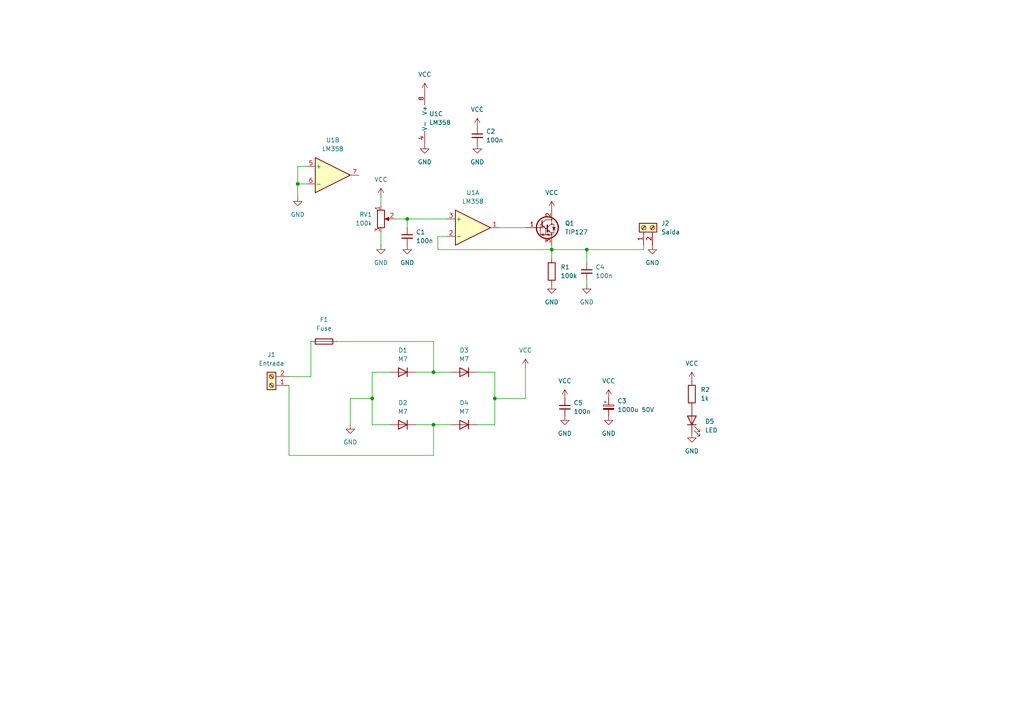
<source format=kicad_sch>
(kicad_sch (version 20250114) (generator "eeschema") (generator_version "9.0")
  (paper "A4")
  (lib_symbols
    (symbol "Amplifier_Operational:LM358" (pin_names (offset 0.127))
      (property "Reference" "U" (at 0 5.08 0))
      (property "Value" "LM358" (at 0 -5.08 0))
      (symbol "LM358_1_1"
        (polyline (pts (xy -5.08 5.08) (xy 5.08 0) (xy -5.08 -5.08) (xy -5.08 5.08)) (stroke (width 0.254)) (fill (type background)))
        (pin input line (at -7.62 2.54 0) (length 2.54) (name "+") (number "3"))
        (pin input line (at -7.62 -2.54 0) (length 2.54) (name "-") (number "2"))
        (pin output line (at 7.62 0 180) (length 2.54) (name "~") (number "1"))
      )
      (symbol "LM358_2_1"
        (polyline (pts (xy -5.08 5.08) (xy 5.08 0) (xy -5.08 -5.08) (xy -5.08 5.08)) (stroke (width 0.254)) (fill (type background)))
        (pin input line (at -7.62 2.54 0) (length 2.54) (name "+") (number "5"))
        (pin input line (at -7.62 -2.54 0) (length 2.54) (name "-") (number "6"))
        (pin output line (at 7.62 0 180) (length 2.54) (name "~") (number "7"))
      )
      (symbol "LM358_3_1"
        (pin power_in line (at -2.54 7.62 270) (length 3.81) (name "V+") (number "8"))
        (pin power_in line (at -2.54 -7.62 90) (length 3.81) (name "V-") (number "4"))
      )
    )
    (symbol "Connector:Screw_Terminal_01x02" (pin_names (offset 1.016) (hide yes))
      (property "Reference" "J" (at 0 2.54 0))
      (property "Value" "Screw_Terminal_01x02" (at 0 -5.08 0))
      (symbol "Screw_Terminal_01x02_1_1"
        (rectangle (start -1.27 1.27) (end 1.27 -3.81) (stroke (width 0.254)) (fill (type background)))
        (polyline (pts (xy -0.5334 0.3302) (xy 0.3302 -0.508)) (stroke (width 0.1524)))
        (polyline (pts (xy -0.5334 -2.2098) (xy 0.3302 -3.048)) (stroke (width 0.1524)))
        (polyline (pts (xy -0.3556 0.508) (xy 0.508 -0.3302)) (stroke (width 0.1524)))
        (polyline (pts (xy -0.3556 -2.032) (xy 0.508 -2.8702)) (stroke (width 0.1524)))
        (circle (center 0 0) (radius 0.635) (stroke (width 0.1524)))
        (circle (center 0 -2.54) (radius 0.635) (stroke (width 0.1524)))
        (pin passive line (at -5.08 0 0) (length 3.81) (name "Pin_1") (number "1"))
        (pin passive line (at -5.08 -2.54 0) (length 3.81) (name "Pin_2") (number "2"))
      )
    )
    (symbol "Device:C_Polarized_Small" (pin_numbers (hide yes)) (pin_names (offset 0.254) (hide yes))
      (property "Reference" "C" (at 0.254 1.778 0))
      (property "Value" "C_Polarized_Small" (at 0.254 -2.032 0))
      (symbol "C_Polarized_Small_0_1"
        (rectangle (start -1.524 0.6858) (end 1.524 0.3048))
        (rectangle (start -1.524 -0.3048) (end 1.524 -0.6858) (fill (type outline)))
        (polyline (pts (xy -1.27 1.524) (xy -0.762 1.524)))
        (polyline (pts (xy -1.016 1.27) (xy -1.016 1.778)))
      )
      (symbol "C_Polarized_Small_1_1"
        (pin passive line (at 0 2.54 270) (length 1.8542) (name "~") (number "1"))
        (pin passive line (at 0 -2.54 90) (length 1.8542) (name "~") (number "2"))
      )
    )
    (symbol "Device:C_Small" (pin_numbers (hide yes)) (pin_names (offset 0.254) (hide yes))
      (property "Reference" "C" (at 0.254 1.778 0))
      (property "Value" "C_Small" (at 0.254 -2.032 0))
      (symbol "C_Small_0_1"
        (polyline (pts (xy -1.524 0.508) (xy 1.524 0.508)) (stroke (width 0.3048)))
        (polyline (pts (xy -1.524 -0.508) (xy 1.524 -0.508)) (stroke (width 0.3302)))
      )
      (symbol "C_Small_1_1"
        (pin passive line (at 0 2.54 270) (length 2.032) (name "~") (number "1"))
        (pin passive line (at 0 -2.54 90) (length 2.032) (name "~") (number "2"))
      )
    )
    (symbol "Device:Fuse" (pin_numbers (hide yes)) (pin_names (offset 0))
      (property "Reference" "F" (at 2.032 0 90))
      (property "Value" "Fuse" (at -1.905 0 90))
      (symbol "Fuse_0_1"
        (rectangle (start -0.762 -2.54) (end 0.762 2.54) (stroke (width 0.254)))
        (polyline (pts (xy 0 2.54) (xy 0 -2.54)))
      )
      (symbol "Fuse_1_1"
        (pin passive line (at 0 3.81 270) (length 1.27) (name "~") (number "1"))
        (pin passive line (at 0 -3.81 90) (length 1.27) (name "~") (number "2"))
      )
    )
    (symbol "Device:LED" (pin_numbers (hide yes)) (pin_names (offset 1.016) (hide yes))
      (property "Reference" "D" (at 0 2.54 0))
      (property "Value" "LED" (at 0 -2.54 0))
      (symbol "LED_0_1"
        (polyline (pts (xy -3.048 -0.762) (xy -4.572 -2.286) (xy -3.81 -2.286) (xy -4.572 -2.286) (xy -4.572 -1.524)))
        (polyline (pts (xy -1.778 -0.762) (xy -3.302 -2.286) (xy -2.54 -2.286) (xy -3.302 -2.286) (xy -3.302 -1.524)))
        (polyline (pts (xy -1.27 0) (xy 1.27 0)))
        (polyline (pts (xy -1.27 -1.27) (xy -1.27 1.27)) (stroke (width 0.254)))
        (polyline (pts (xy 1.27 -1.27) (xy 1.27 1.27) (xy -1.27 0) (xy 1.27 -1.27)) (stroke (width 0.254)))
      )
      (symbol "LED_1_1"
        (pin passive line (at -3.81 0 0) (length 2.54) (name "K") (number "1"))
        (pin passive line (at 3.81 0 180) (length 2.54) (name "A") (number "2"))
      )
    )
    (symbol "Device:R" (pin_numbers (hide yes)) (pin_names (offset 0))
      (property "Reference" "R" (at 2.032 0 90))
      (property "Value" "R" (at 0 0 90))
      (symbol "R_0_1"
        (rectangle (start -1.016 -2.54) (end 1.016 2.54) (stroke (width 0.254)))
      )
      (symbol "R_1_1"
        (pin passive line (at 0 3.81 270) (length 1.27) (name "~") (number "1"))
        (pin passive line (at 0 -3.81 90) (length 1.27) (name "~") (number "2"))
      )
    )
    (symbol "Device:R_Potentiometer" (pin_names (offset 1.016) (hide yes))
      (property "Reference" "RV" (at -4.445 0 90))
      (property "Value" "R_Potentiometer" (at -2.54 0 90))
      (symbol "R_Potentiometer_0_1"
        (rectangle (start 1.016 2.54) (end -1.016 -2.54) (stroke (width 0.254)))
        (polyline (pts (xy 1.143 0) (xy 2.286 0.508) (xy 2.286 -0.508) (xy 1.143 0)) (fill (type outline)))
        (polyline (pts (xy 2.54 0) (xy 1.524 0)))
      )
      (symbol "R_Potentiometer_1_1"
        (pin passive line (at 0 3.81 270) (length 1.27) (name "1") (number "1"))
        (pin passive line (at 0 -3.81 90) (length 1.27) (name "3") (number "3"))
        (pin passive line (at 3.81 0 180) (length 1.27) (name "2") (number "2"))
      )
    )
    (symbol "Diode:1N4148WT" (pin_numbers (hide yes)) (pin_names (hide yes))
      (property "Reference" "D" (at 0 2.54 0))
      (property "Value" "1N4148WT" (at 0 -2.54 0))
      (symbol "1N4148WT_0_1"
        (polyline (pts (xy -1.27 1.27) (xy -1.27 -1.27)) (stroke (width 0.254)))
        (polyline (pts (xy 1.27 1.27) (xy 1.27 -1.27) (xy -1.27 0) (xy 1.27 1.27)) (stroke (width 0.254)))
        (polyline (pts (xy 1.27 0) (xy -1.27 0)))
      )
      (symbol "1N4148WT_1_1"
        (pin passive line (at -3.81 0 0) (length 2.54) (name "K") (number "1"))
        (pin passive line (at 3.81 0 180) (length 2.54) (name "A") (number "2"))
      )
    )
    (symbol "Transistor_BJT:TIP127" (pin_names (offset 0) (hide yes))
      (property "Reference" "Q" (at 5.08 1.905 0))
      (property "Value" "TIP127" (at 5.08 0 0))
      (symbol "TIP127_0_1"
        (polyline (pts (xy -1.27 0) (xy -0.889 0)))
        (circle (center -0.762 0) (radius 0.127))
        (polyline (pts (xy -0.254 2.032) (xy -0.254 0) (xy -0.254 0)) (stroke (width 0.3048)))
        (polyline (pts (xy -0.254 1.27) (xy 0.762 2.286) (xy 2.54 2.286)))
        (polyline (pts (xy -0.254 1.016) (xy -0.762 1.016) (xy -0.762 -2.032)))
        (polyline (pts (xy -0.254 0.762) (xy 0.762 -0.254) (xy 1.27 -0.254)))
        (polyline (pts (xy 0 0.508) (xy 0.254 0) (xy 0.508 0.254) (xy 0 0.508)))
        (polyline (pts (xy 0.762 -0.254) (xy 0.762 -2.032) (xy 1.143 -2.032) (xy 1.27 -1.778) (xy 1.397 -2.286) (xy 1.524 -1.778) (xy 1.651 -2.286) (xy 1.778 -1.778) (xy 1.905 -2.286) (xy 2.032 -2.032) (xy 2.54 -2.032)))
        (circle (center 0.762 -0.254) (radius 0.127))
        (polyline (pts (xy 0.762 -2.032) (xy 0.381 -2.032) (xy 0.254 -2.286) (xy 0.127 -1.778) (xy 0 -2.286) (xy -0.127 -1.778) (xy -0.254 -2.286) (xy -0.381 -1.778) (xy -0.508 -2.032) (xy -0.762 -2.032)))
        (circle (center 0.762 -2.032) (radius 0.127))
        (polyline (pts (xy 1.27 0.762) (xy 1.27 -1.27) (xy 1.27 -1.27)) (stroke (width 0.381)))
        (polyline (pts (xy 1.27 0) (xy 2.286 1.016) (xy 2.54 1.016) (xy 2.54 2.286)))
        (circle (center 1.27 0) (radius 3.175) (stroke (width 0.3556)))
        (polyline (pts (xy 1.27 -0.508) (xy 2.286 -1.524) (xy 2.54 -1.524) (xy 2.54 -2.032)))
        (polyline (pts (xy 1.524 -0.762) (xy 1.778 -1.27) (xy 2.032 -1.016) (xy 1.524 -0.762)))
        (circle (center 2.54 2.286) (radius 0.127))
        (circle (center 2.54 1.016) (radius 0.127))
        (polyline (pts (xy 2.54 -1.524) (xy 3.175 -1.524)))
        (circle (center 2.54 -1.524) (radius 0.127))
        (polyline (pts (xy 2.54 -2.032) (xy 2.54 -2.54)))
        (circle (center 2.54 -2.032) (radius 0.127))
        (polyline (pts (xy 2.794 -0.635) (xy 3.556 -0.635)))
        (polyline (pts (xy 3.175 1.016) (xy 2.54 1.016)))
        (polyline (pts (xy 3.175 0.127) (xy 3.175 1.016)))
        (polyline (pts (xy 3.175 -0.635) (xy 2.794 0.127) (xy 3.556 0.127) (xy 3.175 -0.635)) (fill (type outline)))
        (polyline (pts (xy 3.175 -1.524) (xy 3.175 -0.635)))
      )
      (symbol "TIP127_1_1"
        (pin input line (at -5.08 0 0) (length 3.81) (name "B") (number "1"))
        (pin passive line (at 2.54 5.08 270) (length 2.667) (name "C") (number "2"))
        (pin passive line (at 2.54 -5.08 90) (length 2.54) (name "E") (number "3"))
      )
    )
    (symbol "power:GND" (power) (pin_numbers (hide yes)) (pin_names (offset 0) (hide yes))
      (property "Value" "GND" (at 0 -3.81 0))
      (symbol "GND_0_1"
        (polyline (pts (xy 0 0) (xy 0 -1.27) (xy 1.27 -1.27) (xy 0 -2.54) (xy -1.27 -1.27) (xy 0 -1.27)))
      )
      (symbol "GND_1_1"
        (pin power_in line (at 0 0 270) (length 0) (name "~") (number "1"))
      )
    )
    (symbol "power:VCC" (power) (pin_numbers (hide yes)) (pin_names (offset 0) (hide yes))
      (property "Value" "VCC" (at 0 3.556 0))
      (symbol "VCC_0_1"
        (polyline (pts (xy -0.762 1.27) (xy 0 2.54)))
        (polyline (pts (xy 0 2.54) (xy 0.762 1.27)))
        (polyline (pts (xy 0 0) (xy 0 2.54)))
      )
      (symbol "VCC_1_1"
        (pin power_in line (at 0 0 90) (length 0) (name "~") (number "1"))
      )
    )
  )
  (junction (at 107.95 115.57))
  (junction (at 118.11 63.5))
  (junction (at 125.73 123.19))
  (junction (at 143.51 115.57))
  (junction (at 170.18 72.39))
  (junction (at 160.02 72.39))
  (junction (at 125.73 107.95))
  (junction (at 86.36 53.34))
  (wire (pts (xy 120.65 107.95) (xy 125.73 107.95)))
  (wire (pts (xy 160.02 72.39) (xy 160.02 74.93)))
  (wire (pts (xy 127 72.39) (xy 160.02 72.39)))
  (wire (pts (xy 110.49 67.31) (xy 110.49 71.12)))
  (wire (pts (xy 125.73 99.06) (xy 125.73 107.95)))
  (wire (pts (xy 186.69 71.12) (xy 186.69 72.39)))
  (wire (pts (xy 125.73 132.08) (xy 125.73 123.19)))
  (wire (pts (xy 125.73 107.95) (xy 130.81 107.95)))
  (wire (pts (xy 110.49 57.15) (xy 110.49 59.69)))
  (wire (pts (xy 83.82 132.08) (xy 125.73 132.08)))
  (wire (pts (xy 118.11 63.5) (xy 118.11 66.04)))
  (wire (pts (xy 101.6 115.57) (xy 107.95 115.57)))
  (wire (pts (xy 86.36 57.15) (xy 86.36 53.34)))
  (wire (pts (xy 152.4 106.68) (xy 152.4 115.57)))
  (wire (pts (xy 83.82 109.22) (xy 90.17 109.22)))
  (wire (pts (xy 120.65 123.19) (xy 125.73 123.19)))
  (wire (pts (xy 83.82 111.76) (xy 83.82 132.08)))
  (wire (pts (xy 113.03 107.95) (xy 107.95 107.95)))
  (wire (pts (xy 107.95 115.57) (xy 107.95 123.19)))
  (wire (pts (xy 107.95 123.19) (xy 113.03 123.19)))
  (wire (pts (xy 86.36 48.26) (xy 88.9 48.26)))
  (wire (pts (xy 86.36 53.34) (xy 86.36 48.26)))
  (wire (pts (xy 170.18 72.39) (xy 170.18 76.2)))
  (wire (pts (xy 170.18 81.28) (xy 170.18 82.55)))
  (wire (pts (xy 118.11 63.5) (xy 129.54 63.5)))
  (wire (pts (xy 129.54 68.58) (xy 127 68.58)))
  (wire (pts (xy 86.36 53.34) (xy 88.9 53.34)))
  (wire (pts (xy 107.95 107.95) (xy 107.95 115.57)))
  (wire (pts (xy 127 68.58) (xy 127 72.39)))
  (wire (pts (xy 90.17 109.22) (xy 90.17 99.06)))
  (wire (pts (xy 138.43 107.95) (xy 143.51 107.95)))
  (wire (pts (xy 160.02 72.39) (xy 170.18 72.39)))
  (wire (pts (xy 101.6 123.19) (xy 101.6 115.57)))
  (wire (pts (xy 160.02 71.12) (xy 160.02 72.39)))
  (wire (pts (xy 143.51 115.57) (xy 143.51 123.19)))
  (wire (pts (xy 152.4 115.57) (xy 143.51 115.57)))
  (wire (pts (xy 170.18 72.39) (xy 186.69 72.39)))
  (wire (pts (xy 144.78 66.04) (xy 152.4 66.04)))
  (wire (pts (xy 125.73 123.19) (xy 130.81 123.19)))
  (wire (pts (xy 97.79 99.06) (xy 125.73 99.06)))
  (wire (pts (xy 114.3 63.5) (xy 118.11 63.5)))
  (wire (pts (xy 143.51 107.95) (xy 143.51 115.57)))
  (wire (pts (xy 138.43 123.19) (xy 143.51 123.19)))
  (symbol (lib_id "power:VCC") (at 176.53 115.57 0) (unit 1)
    (property "Reference" "#PWR08" (effects (hide yes)))
    (property "Value" "VCC" (at 176.53 110.49 0))
    (property "Description" "Power symbol creates a global label with name \"VCC\"" (effects (hide yes)))
  )
  (symbol (lib_id "power:VCC") (at 200.66 110.49 0) (unit 1)
    (property "Reference" "#PWR016" (effects (hide yes)))
    (property "Value" "VCC" (at 200.66 105.41 0))
    (property "Description" "Power symbol creates a global label with name \"VCC\"" (effects (hide yes)))
  )
  (symbol (lib_id "power:GND") (at 118.11 71.12 0) (unit 1)
    (property "Reference" "#PWR010" (effects (hide yes)))
    (property "Value" "GND" (at 118.11 76.2 0))
    (property "Description" "Power symbol creates a global label with name \"GND\" , ground" (effects (hide yes)))
  )
  (symbol (lib_id "Device:C_Small") (at 170.18 78.74 0) (unit 1)
    (property "Reference" "C4" (at 172.72 77.4762 0) (effects (justify left)))
    (property "Value" "100n" (at 172.72 80.0162 0) (effects (justify left)))
    (property "Footprint" "Capacitor_SMD:C_0805_2012Metric_Pad1.18x1.45mm_HandSolder" (effects (hide yes)))
    (property "Description" "Unpolarized capacitor, small symbol" (effects (hide yes)))
  )
  (symbol (lib_id "Device:C_Small") (at 118.11 68.58 0) (unit 1)
    (property "Reference" "C1" (at 120.65 67.3162 0) (effects (justify left)))
    (property "Value" "100n" (at 120.65 69.8562 0) (effects (justify left)))
    (property "Footprint" "Capacitor_SMD:C_0805_2012Metric_Pad1.18x1.45mm_HandSolder" (effects (hide yes)))
    (property "Description" "Unpolarized capacitor, small symbol" (effects (hide yes)))
  )
  (symbol (lib_id "power:GND") (at 200.66 125.73 0) (unit 1)
    (property "Reference" "#PWR015" (effects (hide yes)))
    (property "Value" "GND" (at 200.66 130.81 0))
    (property "Description" "Power symbol creates a global label with name \"GND\" , ground" (effects (hide yes)))
  )
  (symbol (lib_id "Device:R") (at 200.66 114.3 0) (unit 1)
    (property "Reference" "R2" (at 203.2 113.0299 0) (effects (justify left)))
    (property "Value" "1k" (at 203.2 115.5699 0) (effects (justify left)))
    (property "Footprint" "Resistor_SMD:R_0805_2012Metric_Pad1.20x1.40mm_HandSolder" (effects (hide yes)))
    (property "Description" "Resistor" (effects (hide yes)))
  )
  (symbol (lib_id "power:GND") (at 176.53 120.65 0) (unit 1)
    (property "Reference" "#PWR06" (effects (hide yes)))
    (property "Value" "GND" (at 176.53 125.73 0))
    (property "Description" "Power symbol creates a global label with name \"GND\" , ground" (effects (hide yes)))
  )
  (symbol (lib_id "Device:C_Polarized_Small") (at 176.53 118.11 0) (unit 1)
    (property "Reference" "C3" (at 179.07 116.2938 0) (effects (justify left)))
    (property "Value" "1000u 50V" (at 179.07 118.8338 0) (effects (justify left)))
    (property "Footprint" "Capacitor_THT:CP_Radial_D13.0mm_P5.00mm" (effects (hide yes)))
    (property "Description" "Polarized capacitor, small symbol" (effects (hide yes)))
  )
  (symbol (lib_id "Amplifier_Operational:LM358") (at 125.73 34.29 0) (unit 3)
    (property "Reference" "U1" (at 124.46 33.0199 0) (effects (justify left)))
    (property "Value" "LM358" (at 124.46 35.5599 0) (effects (justify left)))
    (property "Footprint" "Package_SO:SOIC-8_3.9x4.9mm_P1.27mm" (effects (hide yes)))
    (property "Datasheet" "http://www.ti.com/lit/ds/symlink/lm2904-n.pdf" (effects (hide yes)))
    (property "Description" "Low-Power, Dual Operational Amplifiers, DIP-8/SOIC-8/TO-99-8" (effects (hide yes)))
  )
  (symbol (lib_id "power:VCC") (at 123.19 26.67 0) (unit 1)
    (property "Reference" "#PWR017" (effects (hide yes)))
    (property "Value" "VCC" (at 123.19 21.59 0))
    (property "Description" "Power symbol creates a global label with name \"VCC\"" (effects (hide yes)))
  )
  (symbol (lib_id "Device:R_Potentiometer") (at 110.49 63.5 0) (unit 1)
    (property "Reference" "RV1" (at 107.95 62.2299 0) (effects (justify right)))
    (property "Value" "100k" (at 107.95 64.7699 0) (effects (justify right)))
    (property "Footprint" "Connector_PinHeader_2.54mm:PinHeader_1x03_P2.54mm_Vertical" (effects (hide yes)))
    (property "Description" "Potentiometer" (effects (hide yes)))
  )
  (symbol (lib_id "power:GND") (at 170.18 82.55 0) (unit 1)
    (property "Reference" "#PWR014" (effects (hide yes)))
    (property "Value" "GND" (at 170.18 87.63 0))
    (property "Description" "Power symbol creates a global label with name \"GND\" , ground" (effects (hide yes)))
  )
  (symbol (lib_id "Diode:1N4148WT") (at 116.84 123.19 180) (unit 1)
    (property "Reference" "D2" (at 116.84 116.84 0))
    (property "Value" "M7" (at 116.84 119.38 0))
    (property "Footprint" "Diode_SMD:D_SOD-523" (effects (hide yes)))
    (property "Datasheet" "https://www.diodes.com/assets/Datasheets/ds30396.pdf" (effects (hide yes)))
    (property "Description" "75V 0.15A Fast switching Diode, SOD-523" (effects (hide yes)))
    (property "Sim.Device" "D" (effects (hide yes)))
    (property "Sim.Pins" "1=K 2=A" (effects (hide yes)))
  )
  (symbol (lib_id "power:GND") (at 163.83 120.65 0) (unit 1)
    (property "Reference" "#PWR05" (effects (hide yes)))
    (property "Value" "GND" (at 163.83 125.73 0))
    (property "Description" "Power symbol creates a global label with name \"GND\" , ground" (effects (hide yes)))
  )
  (symbol (lib_id "Diode:1N4148WT") (at 134.62 107.95 180) (unit 1)
    (property "Reference" "D3" (at 134.62 101.6 0))
    (property "Value" "M7" (at 134.62 104.14 0))
    (property "Footprint" "Diode_SMD:D_SOD-523" (effects (hide yes)))
    (property "Datasheet" "https://www.diodes.com/assets/Datasheets/ds30396.pdf" (effects (hide yes)))
    (property "Description" "75V 0.15A Fast switching Diode, SOD-523" (effects (hide yes)))
    (property "Sim.Device" "D" (effects (hide yes)))
    (property "Sim.Pins" "1=K 2=A" (effects (hide yes)))
  )
  (symbol (lib_id "Amplifier_Operational:LM358") (at 96.52 50.8 0) (unit 2)
    (property "Reference" "U1" (at 96.52 40.64 0))
    (property "Value" "LM358" (at 96.52 43.18 0))
    (property "Footprint" "Package_SO:SOIC-8_3.9x4.9mm_P1.27mm" (effects (hide yes)))
    (property "Datasheet" "http://www.ti.com/lit/ds/symlink/lm2904-n.pdf" (effects (hide yes)))
    (property "Description" "Low-Power, Dual Operational Amplifiers, DIP-8/SOIC-8/TO-99-8" (effects (hide yes)))
  )
  (symbol (lib_id "power:GND") (at 138.43 41.91 0) (unit 1)
    (property "Reference" "#PWR020" (effects (hide yes)))
    (property "Value" "GND" (at 138.43 46.99 0))
    (property "Description" "Power symbol creates a global label with name \"GND\" , ground" (effects (hide yes)))
  )
  (symbol (lib_id "power:GND") (at 86.36 57.15 0) (unit 1)
    (property "Reference" "#PWR02" (effects (hide yes)))
    (property "Value" "GND" (at 86.36 62.23 0))
    (property "Description" "Power symbol creates a global label with name \"GND\" , ground" (effects (hide yes)))
  )
  (symbol (lib_id "Device:Fuse") (at 93.98 99.06 90) (unit 1)
    (property "Reference" "F1" (at 93.98 92.71 90))
    (property "Value" "Fuse" (at 93.98 95.25 90))
    (property "Footprint" "Fuse:Fuseholder_Cylinder-5x20mm_Schurter_0031_8201_Horizontal_Open" (effects (hide yes)))
    (property "Description" "Fuse" (effects (hide yes)))
  )
  (symbol (lib_id "Device:R") (at 160.02 78.74 0) (unit 1)
    (property "Reference" "R1" (at 162.56 77.4699 0) (effects (justify left)))
    (property "Value" "100k" (at 162.56 80.0099 0) (effects (justify left)))
    (property "Footprint" "Resistor_SMD:R_0805_2012Metric_Pad1.20x1.40mm_HandSolder" (effects (hide yes)))
    (property "Description" "Resistor" (effects (hide yes)))
  )
  (symbol (lib_id "power:VCC") (at 152.4 106.68 0) (unit 1)
    (property "Reference" "#PWR04" (effects (hide yes)))
    (property "Value" "VCC" (at 152.4 101.6 0))
    (property "Description" "Power symbol creates a global label with name \"VCC\"" (effects (hide yes)))
  )
  (symbol (lib_id "Amplifier_Operational:LM358") (at 137.16 66.04 0) (unit 1)
    (property "Reference" "U1" (at 137.16 55.88 0))
    (property "Value" "LM358" (at 137.16 58.42 0))
    (property "Footprint" "Package_SO:SOIC-8_3.9x4.9mm_P1.27mm" (effects (hide yes)))
    (property "Datasheet" "http://www.ti.com/lit/ds/symlink/lm2904-n.pdf" (effects (hide yes)))
    (property "Description" "Low-Power, Dual Operational Amplifiers, DIP-8/SOIC-8/TO-99-8" (effects (hide yes)))
  )
  (symbol (lib_id "Device:C_Small") (at 163.83 118.11 0) (unit 1)
    (property "Reference" "C5" (at 166.37 116.8462 0) (effects (justify left)))
    (property "Value" "100n" (at 166.37 119.3862 0) (effects (justify left)))
    (property "Footprint" "Capacitor_SMD:C_0805_2012Metric_Pad1.18x1.45mm_HandSolder" (effects (hide yes)))
    (property "Description" "Unpolarized capacitor, small symbol" (effects (hide yes)))
  )
  (symbol (lib_id "power:GND") (at 101.6 123.19 0) (unit 1)
    (property "Reference" "#PWR03" (effects (hide yes)))
    (property "Value" "GND" (at 101.6 128.27 0))
    (property "Description" "Power symbol creates a global label with name \"GND\" , ground" (effects (hide yes)))
  )
  (symbol (lib_id "Transistor_BJT:TIP127") (at 157.48 66.04 0) (unit 1)
    (property "Reference" "Q1" (at 163.83 64.7699 0) (effects (justify left)))
    (property "Value" "TIP127" (at 163.83 67.3099 0) (effects (justify left)))
    (property "Footprint" "Package_TO_SOT_THT:TO-220-3_Horizontal_TabDown" (effects (hide yes)))
    (property "Datasheet" "https://www.onsemi.com/pub/Collateral/TIP120-D.PDF" (effects (hide yes)))
    (property "Description" "5A Ic, 100V Vce, Silicon Darlington Power PNP Transistor, TO-220" (effects (hide yes)))
  )
  (symbol (lib_id "power:VCC") (at 138.43 36.83 0) (unit 1)
    (property "Reference" "#PWR019" (effects (hide yes)))
    (property "Value" "VCC" (at 138.43 31.75 0))
    (property "Description" "Power symbol creates a global label with name \"VCC\"" (effects (hide yes)))
  )
  (symbol (lib_id "power:GND") (at 123.19 41.91 0) (unit 1)
    (property "Reference" "#PWR018" (effects (hide yes)))
    (property "Value" "GND" (at 123.19 46.99 0))
    (property "Description" "Power symbol creates a global label with name \"GND\" , ground" (effects (hide yes)))
  )
  (symbol (lib_id "power:GND") (at 110.49 71.12 0) (unit 1)
    (property "Reference" "#PWR09" (effects (hide yes)))
    (property "Value" "GND" (at 110.49 76.2 0))
    (property "Description" "Power symbol creates a global label with name \"GND\" , ground" (effects (hide yes)))
  )
  (symbol (lib_id "Connector:Screw_Terminal_01x02") (at 186.69 66.04 90) (unit 1)
    (property "Reference" "J2" (at 191.77 64.7699 90) (effects (justify right)))
    (property "Value" "Saida" (at 191.77 67.3099 90) (effects (justify right)))
    (property "Footprint" "TerminalBlock_Phoenix:TerminalBlock_Phoenix_MKDS-1,5-2_1x02_P5.00mm_Horizontal" (effects (hide yes)))
    (property "Description" "Generic screw terminal, single row, 01x02, script generated (kicad-library-utils/schlib/autogen/connector/)" (effects (hide yes)))
  )
  (symbol (lib_id "power:GND") (at 160.02 82.55 0) (unit 1)
    (property "Reference" "#PWR013" (effects (hide yes)))
    (property "Value" "GND" (at 160.02 87.63 0))
    (property "Description" "Power symbol creates a global label with name \"GND\" , ground" (effects (hide yes)))
  )
  (symbol (lib_id "power:VCC") (at 160.02 60.96 0) (unit 1)
    (property "Reference" "#PWR012" (effects (hide yes)))
    (property "Value" "VCC" (at 160.02 55.88 0))
    (property "Description" "Power symbol creates a global label with name \"VCC\"" (effects (hide yes)))
  )
  (symbol (lib_id "power:VCC") (at 110.49 57.15 0) (unit 1)
    (property "Reference" "#PWR01" (effects (hide yes)))
    (property "Value" "VCC" (at 110.49 52.07 0))
    (property "Description" "Power symbol creates a global label with name \"VCC\"" (effects (hide yes)))
  )
  (symbol (lib_id "Diode:1N4148WT") (at 134.62 123.19 180) (unit 1)
    (property "Reference" "D4" (at 134.62 116.84 0))
    (property "Value" "M7" (at 134.62 119.38 0))
    (property "Footprint" "Diode_SMD:D_SOD-523" (effects (hide yes)))
    (property "Datasheet" "https://www.diodes.com/assets/Datasheets/ds30396.pdf" (effects (hide yes)))
    (property "Description" "75V 0.15A Fast switching Diode, SOD-523" (effects (hide yes)))
    (property "Sim.Device" "D" (effects (hide yes)))
    (property "Sim.Pins" "1=K 2=A" (effects (hide yes)))
  )
  (symbol (lib_id "power:VCC") (at 163.83 115.57 0) (unit 1)
    (property "Reference" "#PWR07" (effects (hide yes)))
    (property "Value" "VCC" (at 163.83 110.49 0))
    (property "Description" "Power symbol creates a global label with name \"VCC\"" (effects (hide yes)))
  )
  (symbol (lib_id "Device:C_Small") (at 138.43 39.37 0) (unit 1)
    (property "Reference" "C2" (at 140.97 38.1062 0) (effects (justify left)))
    (property "Value" "100n" (at 140.97 40.6462 0) (effects (justify left)))
    (property "Footprint" "Capacitor_SMD:C_0805_2012Metric_Pad1.18x1.45mm_HandSolder" (effects (hide yes)))
    (property "Description" "Unpolarized capacitor, small symbol" (effects (hide yes)))
  )
  (symbol (lib_id "power:GND") (at 189.23 71.12 0) (unit 1)
    (property "Reference" "#PWR011" (effects (hide yes)))
    (property "Value" "GND" (at 189.23 76.2 0))
    (property "Description" "Power symbol creates a global label with name \"GND\" , ground" (effects (hide yes)))
  )
  (symbol (lib_id "Connector:Screw_Terminal_01x02") (at 78.74 111.76 180) (unit 1)
    (property "Reference" "J1" (at 78.74 102.87 0))
    (property "Value" "Entrada" (at 78.74 105.41 0))
    (property "Footprint" "TerminalBlock_Phoenix:TerminalBlock_Phoenix_MKDS-1,5-2_1x02_P5.00mm_Horizontal" (effects (hide yes)))
    (property "Description" "Generic screw terminal, single row, 01x02, script generated (kicad-library-utils/schlib/autogen/connector/)" (effects (hide yes)))
  )
  (symbol (lib_id "Device:LED") (at 200.66 121.92 90) (unit 1)
    (property "Reference" "D5" (at 204.47 122.2374 90) (effects (justify right)))
    (property "Value" "LED" (at 204.47 124.7774 90) (effects (justify right)))
    (property "Footprint" "LED_SMD:LED_0805_2012Metric_Pad1.15x1.40mm_HandSolder" (effects (hide yes)))
    (property "Description" "Light emitting diode" (effects (hide yes)))
    (property "Sim.Pins" "1=K 2=A" (effects (hide yes)))
  )
  (symbol (lib_id "Diode:1N4148WT") (at 116.84 107.95 180) (unit 1)
    (property "Reference" "D1" (at 116.84 101.6 0))
    (property "Value" "M7" (at 116.84 104.14 0))
    (property "Footprint" "Diode_SMD:D_SOD-523" (effects (hide yes)))
    (property "Datasheet" "https://www.diodes.com/assets/Datasheets/ds30396.pdf" (effects (hide yes)))
    (property "Description" "75V 0.15A Fast switching Diode, SOD-523" (effects (hide yes)))
    (property "Sim.Device" "D" (effects (hide yes)))
    (property "Sim.Pins" "1=K 2=A" (effects (hide yes)))
  )
)
</source>
